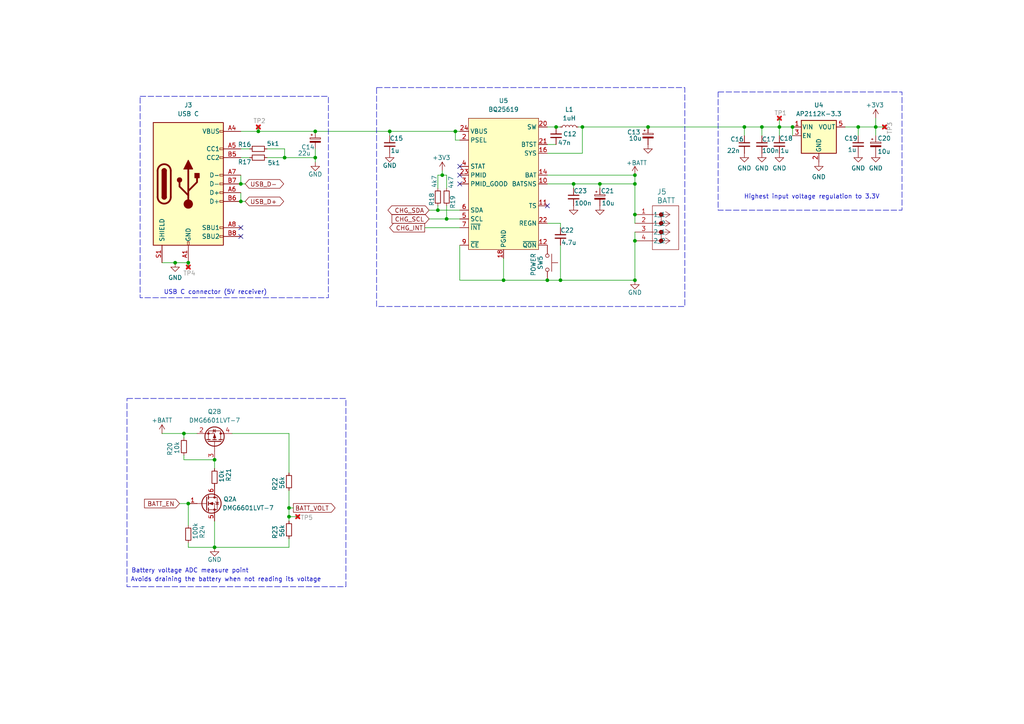
<source format=kicad_sch>
(kicad_sch (version 20231120) (generator "eeschema") (generator_version "8.0")
  (paper "A4")
  (title_block (title "Leany power management") (date "2025-01-24") (comment 1 "MIT License") (comment 2 "Copyright (c) 2023 Gilles Henrard"))
  (lib_symbols
    (symbol "Connector:TestPoint_Small" (pin_numbers hide) (pin_names (offset 0.762) hide)
      (property "Reference" "TP" (at 0 3.81 0))
      (property "Value" "TestPoint_Small" (at 0 2.032 0))
      (symbol "TestPoint_Small_0_1"
        (circle (center 0 0) (radius 0.508))
      )
      (symbol "TestPoint_Small_1_1"
        (pin passive line (at 0 0 90) (length 0) (name "1") (number "1"))
      )
    )
    (symbol "Connector:USB_C_Receptacle_USB2.0_16P" (pin_names (offset 1.016))
      (property "Reference" "J" (at 0 22.225 0))
      (property "Value" "USB_C_Receptacle_USB2.0_16P" (at 0 19.685 0))
      (symbol "USB_C_Receptacle_USB2.0_16P_0_0"
        (rectangle (start -0.254 -17.78) (end 0.254 -16.764))
        (rectangle (start 10.16 -14.986) (end 9.144 -15.494))
        (rectangle (start 10.16 -12.446) (end 9.144 -12.954))
        (rectangle (start 10.16 -4.826) (end 9.144 -5.334))
        (rectangle (start 10.16 -2.286) (end 9.144 -2.794))
        (rectangle (start 10.16 0.254) (end 9.144 -0.254))
        (rectangle (start 10.16 2.794) (end 9.144 2.286))
        (rectangle (start 10.16 7.874) (end 9.144 7.366))
        (rectangle (start 10.16 10.414) (end 9.144 9.906))
        (rectangle (start 10.16 15.494) (end 9.144 14.986))
      )
      (symbol "USB_C_Receptacle_USB2.0_16P_0_1"
        (rectangle (start -10.16 17.78) (end 10.16 -17.78) (stroke (width 0.254)) (fill (type background)))
        (arc (start -8.89 -3.81) (mid -6.985 -5.7067) (end -5.08 -3.81) (stroke (width 0.508)))
        (arc (start -7.62 -3.81) (mid -6.985 -4.4423) (end -6.35 -3.81) (stroke (width 0.254)))
        (arc (start -7.62 -3.81) (mid -6.985 -4.4423) (end -6.35 -3.81) (stroke (width 0.254)) (fill (type outline)))
        (rectangle (start -7.62 -3.81) (end -6.35 3.81) (stroke (width 0.254)) (fill (type outline)))
        (arc (start -6.35 3.81) (mid -6.985 4.4423) (end -7.62 3.81) (stroke (width 0.254)))
        (arc (start -6.35 3.81) (mid -6.985 4.4423) (end -7.62 3.81) (stroke (width 0.254)) (fill (type outline)))
        (arc (start -5.08 3.81) (mid -6.985 5.7067) (end -8.89 3.81) (stroke (width 0.508)))
        (circle (center -2.54 1.143) (radius 0.635) (stroke (width 0.254)) (fill (type outline)))
        (circle (center 0 -5.842) (radius 1.27) (fill (type outline)))
        (polyline (pts (xy -8.89 -3.81) (xy -8.89 3.81)) (stroke (width 0.508)))
        (polyline (pts (xy -5.08 3.81) (xy -5.08 -3.81)) (stroke (width 0.508)))
        (polyline (pts (xy 0 -5.842) (xy 0 4.318)) (stroke (width 0.508)))
        (polyline (pts (xy 0 -3.302) (xy -2.54 -0.762) (xy -2.54 0.508)) (stroke (width 0.508)))
        (polyline (pts (xy 0 -2.032) (xy 2.54 0.508) (xy 2.54 1.778)) (stroke (width 0.508)))
        (polyline (pts (xy -1.27 4.318) (xy 0 6.858) (xy 1.27 4.318) (xy -1.27 4.318)) (stroke (width 0.254)) (fill (type outline)))
        (rectangle (start 1.905 1.778) (end 3.175 3.048) (stroke (width 0.254)) (fill (type outline)))
      )
      (symbol "USB_C_Receptacle_USB2.0_16P_1_1"
        (pin passive line (at 0 -22.86 90) (length 5.08) (name "GND") (number "A1"))
        (pin passive line (at 0 -22.86 90) (length 5.08) hide (name "GND") (number "A12"))
        (pin passive line (at 15.24 15.24 180) (length 5.08) (name "VBUS") (number "A4"))
        (pin bidirectional line (at 15.24 10.16 180) (length 5.08) (name "CC1") (number "A5"))
        (pin bidirectional line (at 15.24 -2.54 180) (length 5.08) (name "D+") (number "A6"))
        (pin bidirectional line (at 15.24 2.54 180) (length 5.08) (name "D-") (number "A7"))
        (pin bidirectional line (at 15.24 -12.7 180) (length 5.08) (name "SBU1") (number "A8"))
        (pin passive line (at 15.24 15.24 180) (length 5.08) hide (name "VBUS") (number "A9"))
        (pin passive line (at 0 -22.86 90) (length 5.08) hide (name "GND") (number "B1"))
        (pin passive line (at 0 -22.86 90) (length 5.08) hide (name "GND") (number "B12"))
        (pin passive line (at 15.24 15.24 180) (length 5.08) hide (name "VBUS") (number "B4"))
        (pin bidirectional line (at 15.24 7.62 180) (length 5.08) (name "CC2") (number "B5"))
        (pin bidirectional line (at 15.24 -5.08 180) (length 5.08) (name "D+") (number "B6"))
        (pin bidirectional line (at 15.24 0 180) (length 5.08) (name "D-") (number "B7"))
        (pin bidirectional line (at 15.24 -15.24 180) (length 5.08) (name "SBU2") (number "B8"))
        (pin passive line (at 15.24 15.24 180) (length 5.08) hide (name "VBUS") (number "B9"))
        (pin passive line (at -7.62 -22.86 90) (length 5.08) (name "SHIELD") (number "S1"))
      )
    )
    (symbol "Device:C_Polarized_Small" (pin_numbers hide) (pin_names (offset 0.254) hide)
      (property "Reference" "C" (at 0.254 1.778 0))
      (property "Value" "C_Polarized_Small" (at 0.254 -2.032 0))
      (symbol "C_Polarized_Small_0_1"
        (rectangle (start -1.524 -0.3048) (end 1.524 -0.6858) (fill (type outline)))
        (rectangle (start -1.524 0.6858) (end 1.524 0.3048))
        (polyline (pts (xy -1.27 1.524) (xy -0.762 1.524)))
        (polyline (pts (xy -1.016 1.27) (xy -1.016 1.778)))
      )
      (symbol "C_Polarized_Small_1_1"
        (pin passive line (at 0 2.54 270) (length 1.8542) (name "~") (number "1"))
        (pin passive line (at 0 -2.54 90) (length 1.8542) (name "~") (number "2"))
      )
    )
    (symbol "Device:C_Small" (pin_numbers hide) (pin_names (offset 0.254) hide)
      (property "Reference" "C" (at 0.254 1.778 0))
      (property "Value" "C_Small" (at 0.254 -2.032 0))
      (symbol "C_Small_0_1"
        (polyline (pts (xy -1.524 -0.508) (xy 1.524 -0.508)) (stroke (width 0.3302)))
        (polyline (pts (xy -1.524 0.508) (xy 1.524 0.508)) (stroke (width 0.3048)))
      )
      (symbol "C_Small_1_1"
        (pin passive line (at 0 2.54 270) (length 2.032) (name "~") (number "1"))
        (pin passive line (at 0 -2.54 90) (length 2.032) (name "~") (number "2"))
      )
    )
    (symbol "Device:L_Small" (pin_numbers hide) (pin_names (offset 0.254) hide)
      (property "Reference" "L" (at 0.762 1.016 0))
      (property "Value" "L_Small" (at 0.762 -1.016 0))
      (symbol "L_Small_0_1"
        (arc (start 0 -2.032) (mid 0.5058 -1.524) (end 0 -1.016))
        (arc (start 0 -1.016) (mid 0.5058 -0.508) (end 0 0))
        (arc (start 0 0) (mid 0.5058 0.508) (end 0 1.016))
        (arc (start 0 1.016) (mid 0.5058 1.524) (end 0 2.032))
      )
      (symbol "L_Small_1_1"
        (pin passive line (at 0 2.54 270) (length 0.508) (name "~") (number "1"))
        (pin passive line (at 0 -2.54 90) (length 0.508) (name "~") (number "2"))
      )
    )
    (symbol "Device:R_Small" (pin_numbers hide) (pin_names (offset 0.254) hide)
      (property "Reference" "R" (at 0.762 0.508 0))
      (property "Value" "R_Small" (at 0.762 -1.016 0))
      (symbol "R_Small_0_1"
        (rectangle (start -0.762 1.778) (end 0.762 -1.778) (stroke (width 0.2032)))
      )
      (symbol "R_Small_1_1"
        (pin passive line (at 0 2.54 270) (length 0.762) (name "~") (number "1"))
        (pin passive line (at 0 -2.54 90) (length 0.762) (name "~") (number "2"))
      )
    )
    (symbol "Regulator_Linear:AP2112K-3.3" (pin_names (offset 0.254))
      (property "Reference" "U" (at -5.08 5.715 0))
      (property "Value" "AP2112K-3.3" (at 0 5.715 0))
      (symbol "AP2112K-3.3_0_1"
        (rectangle (start -5.08 4.445) (end 5.08 -5.08) (stroke (width 0.254)) (fill (type background)))
      )
      (symbol "AP2112K-3.3_1_1"
        (pin power_in line (at -7.62 2.54 0) (length 2.54) (name "VIN") (number "1"))
        (pin power_in line (at 0 -7.62 90) (length 2.54) (name "GND") (number "2"))
        (pin input line (at -7.62 0 0) (length 2.54) (name "EN") (number "3"))
        (pin no_connect line (at 5.08 0 180) (length 2.54) hide (name "NC") (number "4"))
        (pin power_out line (at 7.62 2.54 180) (length 2.54) (name "VOUT") (number "5"))
      )
    )
    (symbol "Switch:SW_Push" (pin_numbers hide) (pin_names (offset 1.016) hide)
      (property "Reference" "SW" (at 1.27 2.54 0))
      (property "Value" "SW_Push" (at 0 -1.524 0))
      (symbol "SW_Push_0_1"
        (circle (center -2.032 0) (radius 0.508))
        (polyline (pts (xy 0 1.27) (xy 0 3.048)))
        (polyline (pts (xy 2.54 1.27) (xy -2.54 1.27)))
        (circle (center 2.032 0) (radius 0.508))
        (pin passive line (at -5.08 0 0) (length 2.54) (name "1") (number "1"))
        (pin passive line (at 5.08 0 180) (length 2.54) (name "2") (number "2"))
      )
    )
    (symbol "leany-symbols:BQ25619"
      (property "Reference" "U" (at 0 23.622 0))
      (property "Value" "BQ25619" (at 0 21.082 0))
      (symbol "BQ25619_1_1"
        (rectangle (start -10.16 19.05) (end 10.16 -19.05) (fill (type background)))
        (pin input line (at -12.7 15.24 0) (length 2.54) hide (name "VAC") (number "1"))
        (pin power_in line (at 12.7 0 180) (length 2.54) (name "BATSNS") (number "10"))
        (pin input line (at 12.7 -6.35 180) (length 2.54) (name "TS") (number "11"))
        (pin input line (at 12.7 -17.78 180) (length 2.54) (name "~{QON}") (number "12"))
        (pin power_out line (at 12.7 2.54 180) (length 2.54) hide (name "BAT") (number "13"))
        (pin power_out line (at 12.7 2.54 180) (length 2.54) (name "BAT") (number "14"))
        (pin power_in line (at 12.7 8.89 180) (length 2.54) hide (name "SYS") (number "15"))
        (pin power_in line (at 12.7 8.89 180) (length 2.54) (name "SYS") (number "16"))
        (pin power_in line (at 0 -21.59 90) (length 2.54) hide (name "PGND") (number "17"))
        (pin power_in line (at 0 -21.59 90) (length 2.54) (name "PGND") (number "18"))
        (pin power_out line (at 12.7 16.51 180) (length 2.54) hide (name "SW") (number "19"))
        (pin input line (at -12.7 12.7 0) (length 2.54) (name "PSEL") (number "2"))
        (pin power_out line (at 12.7 16.51 180) (length 2.54) (name "SW") (number "20"))
        (pin power_out line (at 12.7 11.43 180) (length 2.54) (name "BTST") (number "21"))
        (pin power_out line (at 12.7 -11.43 180) (length 2.54) (name "REGN") (number "22"))
        (pin output line (at -12.7 2.54 0) (length 2.54) (name "PMID") (number "23"))
        (pin power_in line (at -12.7 15.24 0) (length 2.54) (name "VBUS") (number "24"))
        (pin power_in line (at 0 -21.59 90) (length 2.54) hide (name "PAD") (number "25"))
        (pin open_collector line (at -12.7 0 0) (length 2.54) (name "PMID_GOOD") (number "3"))
        (pin open_collector line (at -12.7 5.08 0) (length 2.54) (name "STAT") (number "4"))
        (pin input line (at -12.7 -10.16 0) (length 2.54) (name "SCL") (number "5"))
        (pin bidirectional line (at -12.7 -7.62 0) (length 2.54) (name "SDA") (number "6"))
        (pin open_collector line (at -12.7 -12.7 0) (length 2.54) (name "~{INT}") (number "7"))
        (pin no_connect line (at 2.54 -21.59 90) (length 2.54) hide (name "NC") (number "8"))
        (pin input line (at -12.7 -17.78 0) (length 2.54) (name "~{CE}") (number "9"))
      )
    )
    (symbol "leany-symbols:DMG6601LVT-7" (pin_names hide)
      (property "Reference" "Q" (at 2.54 1.905 0))
      (property "Value" "DMG6601LVT-7" (at 2.54 0 0))
      (symbol "DMG6601LVT-7_0_1"
        (circle (center -0.889 0) (radius 2.794) (stroke (width 0.254)))
        (circle (center 0 -1.778) (radius 0.254) (fill (type outline)))
        (polyline (pts (xy -2.286 0) (xy -5.08 0)))
        (polyline (pts (xy -2.286 1.905) (xy -2.286 -1.905)) (stroke (width 0.254)))
        (polyline (pts (xy -1.778 -1.27) (xy -1.778 -2.286)) (stroke (width 0.254)))
        (polyline (pts (xy -1.778 0.508) (xy -1.778 -0.508)) (stroke (width 0.254)))
        (polyline (pts (xy -1.778 2.286) (xy -1.778 1.27)) (stroke (width 0.254)))
        (polyline (pts (xy 0 2.54) (xy 0 1.778)))
        (polyline (pts (xy 0 -2.54) (xy 0 0) (xy -1.778 0)))
        (polyline (pts (xy -1.778 -1.778) (xy 0.762 -1.778) (xy 0.762 1.778) (xy -1.778 1.778)))
        (circle (center 0 1.778) (radius 0.254) (fill (type outline)))
      )
      (symbol "DMG6601LVT-7_1_1"
        (polyline (pts (xy -1.524 0) (xy -0.508 0.381) (xy -0.508 -0.381) (xy -1.524 0)) (fill (type outline)))
        (polyline (pts (xy 0.254 0.508) (xy 0.381 0.381) (xy 1.143 0.381) (xy 1.27 0.254)))
        (polyline (pts (xy 0.762 0.381) (xy 0.381 -0.254) (xy 1.143 -0.254) (xy 0.762 0.381)))
        (pin passive line (at -7.62 0 0) (length 2.54) (name "G") (number "1"))
        (pin passive line (at 0 -5.08 90) (length 2.54) (name "S") (number "5"))
        (pin passive line (at 0 5.08 270) (length 2.54) (name "D") (number "6"))
      )
      (symbol "DMG6601LVT-7_2_1"
        (polyline (pts (xy -0.254 0) (xy -1.27 0.381) (xy -1.27 -0.381) (xy -0.254 0)) (fill (type outline)))
        (polyline (pts (xy 0.254 -0.508) (xy 0.381 -0.381) (xy 1.143 -0.381) (xy 1.27 -0.254)))
        (polyline (pts (xy 0.762 -0.381) (xy 0.381 0.254) (xy 1.143 0.254) (xy 0.762 -0.381)))
        (pin passive line (at 0 -5.08 90) (length 2.54) (name "S") (number "2"))
        (pin passive line (at -7.62 0 0) (length 2.54) (name "G") (number "3"))
        (pin passive line (at 0 5.08 270) (length 2.54) (name "D") (number "4"))
      )
    )
    (symbol "leany-symbols:Wago_2059-302_998-403" (pin_names (offset 0.254))
      (property "Reference" "J" (at 8.89 6.35 0))
      (property "Value" "2059-302/998-403" (at 0 0 0))
      (symbol "Wago_2059-302_998-403_1_1"
        (polyline (pts (xy 5.08 -10.16) (xy 12.7 -10.16)) (stroke (width 0.127)))
        (polyline (pts (xy 5.08 2.54) (xy 5.08 -10.16)) (stroke (width 0.127)))
        (polyline (pts (xy 7.62 -5.08) (xy 7.62 -7.62)) (stroke (width 0.127)))
        (polyline (pts (xy 7.62 0) (xy 7.62 -2.54)) (stroke (width 0.127)))
        (polyline (pts (xy 10.16 -7.62) (xy 5.08 -7.62)) (stroke (width 0.127)))
        (polyline (pts (xy 10.16 -7.62) (xy 8.89 -8.4667)) (stroke (width 0.127)))
        (polyline (pts (xy 10.16 -7.62) (xy 8.89 -6.7733)) (stroke (width 0.127)))
        (polyline (pts (xy 10.16 -5.08) (xy 5.08 -5.08)) (stroke (width 0.127)))
        (polyline (pts (xy 10.16 -5.08) (xy 8.89 -5.9267)) (stroke (width 0.127)))
        (polyline (pts (xy 10.16 -5.08) (xy 8.89 -4.2333)) (stroke (width 0.127)))
        (polyline (pts (xy 10.16 -2.54) (xy 5.08 -2.54)) (stroke (width 0.127)))
        (polyline (pts (xy 10.16 -2.54) (xy 8.89 -3.3867)) (stroke (width 0.127)))
        (polyline (pts (xy 10.16 -2.54) (xy 8.89 -1.6933)) (stroke (width 0.127)))
        (polyline (pts (xy 10.16 0) (xy 5.08 0)) (stroke (width 0.127)))
        (polyline (pts (xy 10.16 0) (xy 8.89 -0.8467)) (stroke (width 0.127)))
        (polyline (pts (xy 10.16 0) (xy 8.89 0.8467)) (stroke (width 0.127)))
        (polyline (pts (xy 12.7 -10.16) (xy 12.7 2.54)) (stroke (width 0.127)))
        (polyline (pts (xy 12.7 2.54) (xy 5.08 2.54)) (stroke (width 0.127)))
        (circle (center 7.62 -7.62) (radius 0.127) (stroke (width 0.508)))
        (circle (center 7.62 -5.08) (radius 0.127) (stroke (width 0.508)))
        (circle (center 7.62 -2.54) (radius 0.127) (stroke (width 0.508)))
        (circle (center 7.62 0) (radius 0.127) (stroke (width 0.508)))
        (pin power_in line (at 0 0 0) (length 5.08) (name "1_1") (number "1"))
        (pin power_in line (at 0 -2.54 0) (length 5.08) (name "1_2") (number "2"))
        (pin power_in line (at 0 -5.08 0) (length 5.08) (name "2_1") (number "3"))
        (pin power_in line (at 0 -7.62 0) (length 5.08) (name "2_2") (number "4"))
      )
      (symbol "Wago_2059-302_998-403_1_2"
        (polyline (pts (xy 5.08 -10.16) (xy 12.7 -10.16)) (stroke (width 0.127)))
        (polyline (pts (xy 5.08 2.54) (xy 5.08 -10.16)) (stroke (width 0.127)))
        (polyline (pts (xy 7.62 -5.08) (xy 7.62 -7.62)) (stroke (width 0.127)))
        (polyline (pts (xy 7.62 0) (xy 7.62 -2.54)) (stroke (width 0.127)))
        (polyline (pts (xy 10.16 -7.62) (xy 5.08 -7.62)) (stroke (width 0.127)))
        (polyline (pts (xy 10.16 -7.62) (xy 8.89 -8.4667)) (stroke (width 0.127)))
        (polyline (pts (xy 10.16 -7.62) (xy 8.89 -6.7733)) (stroke (width 0.127)))
        (polyline (pts (xy 10.16 -5.08) (xy 5.08 -5.08)) (stroke (width 0.127)))
        (polyline (pts (xy 10.16 -5.08) (xy 8.89 -5.9267)) (stroke (width 0.127)))
        (polyline (pts (xy 10.16 -5.08) (xy 8.89 -4.2333)) (stroke (width 0.127)))
        (polyline (pts (xy 10.16 -2.54) (xy 5.08 -2.54)) (stroke (width 0.127)))
        (polyline (pts (xy 10.16 -2.54) (xy 8.89 -3.3867)) (stroke (width 0.127)))
        (polyline (pts (xy 10.16 -2.54) (xy 8.89 -1.6933)) (stroke (width 0.127)))
        (polyline (pts (xy 10.16 0) (xy 5.08 0)) (stroke (width 0.127)))
        (polyline (pts (xy 10.16 0) (xy 8.89 -0.8467)) (stroke (width 0.127)))
        (polyline (pts (xy 10.16 0) (xy 8.89 0.8467)) (stroke (width 0.127)))
        (polyline (pts (xy 12.7 -10.16) (xy 12.7 2.54)) (stroke (width 0.127)))
        (polyline (pts (xy 12.7 2.54) (xy 5.08 2.54)) (stroke (width 0.127)))
        (circle (center 7.62 -7.62) (radius 0.127) (stroke (width 0.508)))
        (circle (center 7.62 -5.08) (radius 0.127) (stroke (width 0.508)))
        (circle (center 7.62 -2.54) (radius 0.127) (stroke (width 0.508)))
        (circle (center 7.62 0) (radius 0.127) (stroke (width 0.508)))
        (pin power_in line (at 0 0 0) (length 5.08) (name "1_1") (number "1"))
        (pin power_in line (at 0 -2.54 0) (length 5.08) (name "1_2") (number "2"))
        (pin power_in line (at 0 -5.08 0) (length 5.08) (name "2_1") (number "3"))
        (pin power_in line (at 0 -7.62 0) (length 5.08) (name "2_2") (number "4"))
      )
    )
    (symbol "power:+3V3" (power) (pin_numbers hide) (pin_names (offset 0) hide)
      (property "Value" "+3V3" (at 0 3.556 0))
      (symbol "+3V3_0_1"
        (polyline (pts (xy -0.762 1.27) (xy 0 2.54)))
        (polyline (pts (xy 0 0) (xy 0 2.54)))
        (polyline (pts (xy 0 2.54) (xy 0.762 1.27)))
      )
      (symbol "+3V3_1_1"
        (pin power_in line (at 0 0 90) (length 0) (name "~") (number "1"))
      )
    )
    (symbol "power:+BATT" (power) (pin_numbers hide) (pin_names (offset 0) hide)
      (property "Value" "+BATT" (at 0 3.556 0))
      (symbol "+BATT_0_1"
        (polyline (pts (xy -0.762 1.27) (xy 0 2.54)))
        (polyline (pts (xy 0 0) (xy 0 2.54)))
        (polyline (pts (xy 0 2.54) (xy 0.762 1.27)))
      )
      (symbol "+BATT_1_1"
        (pin power_in line (at 0 0 90) (length 0) (name "~") (number "1"))
      )
    )
    (symbol "power:GND" (power) (pin_numbers hide) (pin_names (offset 0) hide)
      (property "Value" "GND" (at 0 -3.81 0))
      (symbol "GND_0_1"
        (polyline (pts (xy 0 0) (xy 0 -1.27) (xy 1.27 -1.27) (xy 0 -2.54) (xy -1.27 -1.27) (xy 0 -1.27)))
      )
      (symbol "GND_1_1"
        (pin power_in line (at 0 0 270) (length 0) (name "~") (number "1"))
      )
    )
  )
  (junction (at 166.37 53.34))
  (junction (at 74.93 38.1))
  (junction (at 83.82 149.86))
  (junction (at 184.15 50.8))
  (junction (at 184.15 62.23))
  (junction (at 226.06 36.83))
  (junction (at 184.15 69.85))
  (junction (at 113.03 38.1))
  (junction (at 53.34 125.73))
  (junction (at 50.8 76.2))
  (junction (at 128.27 50.8))
  (junction (at 54.61 146.05))
  (junction (at 132.08 38.1))
  (junction (at 62.23 158.75))
  (junction (at 220.98 36.83))
  (junction (at 161.29 36.83))
  (junction (at 254 36.83))
  (junction (at 127 60.96))
  (junction (at 187.96 36.83))
  (junction (at 184.15 53.34))
  (junction (at 158.75 81.28))
  (junction (at 146.05 81.28))
  (junction (at 69.85 53.34))
  (junction (at 62.23 133.35))
  (junction (at 173.99 53.34))
  (junction (at 91.44 45.72))
  (junction (at 229.87 36.83))
  (junction (at 69.85 58.42))
  (junction (at 83.82 147.32))
  (junction (at 168.91 36.83))
  (junction (at 82.55 45.72))
  (junction (at 162.56 81.28))
  (junction (at 215.9 36.83))
  (junction (at 91.44 38.1))
  (junction (at 184.15 81.28))
  (junction (at 54.61 76.2))
  (junction (at 248.92 36.83))
  (junction (at 129.54 63.5))
  (no_connect (at 133.35 53.34))
  (no_connect (at 133.35 50.8))
  (no_connect (at 69.85 68.58))
  (no_connect (at 133.35 48.26))
  (no_connect (at 69.85 66.04))
  (no_connect (at 158.75 59.69))
  (wire (pts (xy 53.34 133.35) (xy 62.23 133.35)))
  (wire (pts (xy 162.56 81.28) (xy 184.15 81.28)))
  (wire (pts (xy 129.54 59.69) (xy 129.54 63.5)))
  (wire (pts (xy 162.56 71.12) (xy 162.56 81.28)))
  (wire (pts (xy 215.9 36.83) (xy 215.9 39.37)))
  (wire (pts (xy 220.98 36.83) (xy 220.98 39.37)))
  (wire (pts (xy 54.61 76.2) (xy 50.8 76.2)))
  (wire (pts (xy 124.46 63.5) (xy 129.54 63.5)))
  (wire (pts (xy 127 54.61) (xy 127 50.8)))
  (wire (pts (xy 53.34 125.73) (xy 53.34 127)))
  (wire (pts (xy 74.93 36.83) (xy 74.93 38.1)))
  (wire (pts (xy 127 60.96) (xy 133.35 60.96)))
  (wire (pts (xy 69.85 58.42) (xy 71.12 58.42)))
  (wire (pts (xy 129.54 63.5) (xy 133.35 63.5)))
  (wire (pts (xy 158.75 81.28) (xy 162.56 81.28)))
  (wire (pts (xy 128.27 49.53) (xy 128.27 50.8)))
  (wire (pts (xy 124.46 60.96) (xy 127 60.96)))
  (wire (pts (xy 254 36.83) (xy 254 34.29)))
  (wire (pts (xy 166.37 53.34) (xy 166.37 54.61)))
  (wire (pts (xy 83.82 156.21) (xy 83.82 158.75)))
  (wire (pts (xy 215.9 36.83) (xy 220.98 36.83)))
  (wire (pts (xy 62.23 158.75) (xy 83.82 158.75)))
  (wire (pts (xy 229.87 36.83) (xy 229.87 39.37)))
  (wire (pts (xy 69.85 45.72) (xy 72.39 45.72)))
  (wire (pts (xy 226.06 36.83) (xy 226.06 39.37)))
  (wire (pts (xy 184.15 53.34) (xy 184.15 50.8)))
  (wire (pts (xy 167.64 36.83) (xy 168.91 36.83)))
  (wire (pts (xy 158.75 44.45) (xy 168.91 44.45)))
  (wire (pts (xy 158.75 53.34) (xy 166.37 53.34)))
  (wire (pts (xy 77.47 45.72) (xy 82.55 45.72)))
  (wire (pts (xy 158.75 36.83) (xy 161.29 36.83)))
  (wire (pts (xy 132.08 38.1) (xy 133.35 38.1)))
  (wire (pts (xy 132.08 40.64) (xy 132.08 38.1)))
  (wire (pts (xy 254 36.83) (xy 256.54 36.83)))
  (wire (pts (xy 226.06 34.29) (xy 226.06 36.83)))
  (wire (pts (xy 162.56 66.04) (xy 162.56 64.77)))
  (wire (pts (xy 69.85 55.88) (xy 69.85 58.42)))
  (wire (pts (xy 187.96 36.83) (xy 215.9 36.83)))
  (wire (pts (xy 158.75 64.77) (xy 162.56 64.77)))
  (wire (pts (xy 82.55 45.72) (xy 91.44 45.72)))
  (wire (pts (xy 62.23 151.13) (xy 62.23 158.75)))
  (wire (pts (xy 146.05 74.93) (xy 146.05 81.28)))
  (wire (pts (xy 127 50.8) (xy 128.27 50.8)))
  (wire (pts (xy 83.82 147.32) (xy 85.09 147.32)))
  (wire (pts (xy 184.15 69.85) (xy 184.15 81.28)))
  (wire (pts (xy 54.61 157.48) (xy 54.61 158.75)))
  (wire (pts (xy 254 36.83) (xy 254 39.37)))
  (wire (pts (xy 173.99 53.34) (xy 184.15 53.34)))
  (wire (pts (xy 146.05 81.28) (xy 158.75 81.28)))
  (wire (pts (xy 53.34 125.73) (xy 57.15 125.73)))
  (wire (pts (xy 91.44 46.99) (xy 91.44 45.72)))
  (wire (pts (xy 248.92 36.83) (xy 248.92 39.37)))
  (wire (pts (xy 83.82 142.24) (xy 83.82 147.32)))
  (wire (pts (xy 133.35 40.64) (xy 132.08 40.64)))
  (wire (pts (xy 129.54 50.8) (xy 129.54 54.61)))
  (wire (pts (xy 54.61 76.2) (xy 54.61 77.47)))
  (wire (pts (xy 77.47 43.18) (xy 82.55 43.18)))
  (wire (pts (xy 133.35 81.28) (xy 146.05 81.28)))
  (wire (pts (xy 83.82 149.86) (xy 86.36 149.86)))
  (wire (pts (xy 123.19 66.04) (xy 133.35 66.04)))
  (wire (pts (xy 69.85 53.34) (xy 71.12 53.34)))
  (wire (pts (xy 74.93 38.1) (xy 91.44 38.1)))
  (wire (pts (xy 168.91 44.45) (xy 168.91 36.83)))
  (wire (pts (xy 53.34 132.08) (xy 53.34 133.35)))
  (wire (pts (xy 62.23 133.35) (xy 62.23 135.89)))
  (wire (pts (xy 127 59.69) (xy 127 60.96)))
  (wire (pts (xy 173.99 53.34) (xy 173.99 54.61)))
  (wire (pts (xy 184.15 62.23) (xy 184.15 64.77)))
  (wire (pts (xy 82.55 45.72) (xy 82.55 43.18)))
  (wire (pts (xy 69.85 43.18) (xy 72.39 43.18)))
  (wire (pts (xy 220.98 36.83) (xy 226.06 36.83)))
  (wire (pts (xy 91.44 45.72) (xy 91.44 43.18)))
  (wire (pts (xy 128.27 50.8) (xy 129.54 50.8)))
  (wire (pts (xy 133.35 71.12) (xy 133.35 81.28)))
  (wire (pts (xy 52.07 146.05) (xy 54.61 146.05)))
  (wire (pts (xy 168.91 36.83) (xy 187.96 36.83)))
  (wire (pts (xy 91.44 38.1) (xy 113.03 38.1)))
  (wire (pts (xy 113.03 39.37) (xy 113.03 38.1)))
  (wire (pts (xy 184.15 67.31) (xy 184.15 69.85)))
  (wire (pts (xy 54.61 146.05) (xy 54.61 152.4)))
  (wire (pts (xy 166.37 53.34) (xy 173.99 53.34)))
  (wire (pts (xy 69.85 38.1) (xy 74.93 38.1)))
  (wire (pts (xy 226.06 36.83) (xy 229.87 36.83)))
  (wire (pts (xy 83.82 147.32) (xy 83.82 149.86)))
  (wire (pts (xy 158.75 41.91) (xy 161.29 41.91)))
  (wire (pts (xy 245.11 36.83) (xy 248.92 36.83)))
  (wire (pts (xy 161.29 36.83) (xy 162.56 36.83)))
  (wire (pts (xy 54.61 158.75) (xy 62.23 158.75)))
  (wire (pts (xy 46.99 76.2) (xy 50.8 76.2)))
  (wire (pts (xy 46.99 125.73) (xy 53.34 125.73)))
  (wire (pts (xy 184.15 53.34) (xy 184.15 62.23)))
  (wire (pts (xy 113.03 38.1) (xy 132.08 38.1)))
  (wire (pts (xy 67.31 125.73) (xy 83.82 125.73)))
  (wire (pts (xy 83.82 149.86) (xy 83.82 151.13)))
  (wire (pts (xy 69.85 53.34) (xy 69.85 50.8)))
  (wire (pts (xy 158.75 50.8) (xy 184.15 50.8)))
  (wire (pts (xy 248.92 36.83) (xy 254 36.83)))
  (wire (pts (xy 83.82 125.73) (xy 83.82 137.16)))
  (rectangle (start 208.28 26.67) (end 261.62 60.96) (stroke (width 0) (type dash)))
  (rectangle (start 109.22 25.4) (end 198.628 88.9) (stroke (width 0) (type dash)))
  (rectangle (start 36.83 115.57) (end 100.33 170.18) (stroke (width 0) (type dash)))
  (rectangle (start 40.64 27.94) (end 95.25 86.36) (stroke (width 0) (type dash)))
  (text "USB C connector (5V receiver)" (at 62.484 84.836 0) (effects (font (size 1.27 1.27))))
  (text "Battery voltage ADC measure point" (at 55.118 165.608 0) (effects (font (size 1.27 1.27))))
  (text "Highest input voltage regulation to 3.3V" (at 235.458 57.15 0) (effects (font (size 1.27 1.27))))
  (text "Avoids draining the battery when not reading its voltage" (at 65.532 168.148 0) (effects (font (size 1.27 1.27))))
  (global_label "BATT_VOLT" (shape output) (at 85.09 147.32 0) (property "Intersheetrefs" "${INTERSHEET_REFS}" (effects (hide yes))))
  (global_label "CHG_SDA" (shape bidirectional) (at 124.46 60.96 180) (property "Intersheetrefs" "${INTERSHEET_REFS}" (effects (hide yes))))
  (global_label "CHG_INT" (shape output) (at 123.19 66.04 180) (property "Intersheetrefs" "${INTERSHEET_REFS}" (effects (hide yes))))
  (global_label "USB_D-" (shape bidirectional) (at 71.12 53.34 0) (property "Intersheetrefs" "${INTERSHEET_REFS}" (effects (hide yes))))
  (global_label "USB_D+" (shape bidirectional) (at 71.12 58.42 0) (property "Intersheetrefs" "${INTERSHEET_REFS}" (effects (hide yes))))
  (global_label "CHG_SCL" (shape input) (at 124.46 63.5 180) (property "Intersheetrefs" "${INTERSHEET_REFS}" (effects (hide yes))))
  (global_label "BATT_EN" (shape input) (at 52.07 146.05 180) (property "Intersheetrefs" "${INTERSHEET_REFS}" (effects (hide yes))))
  (symbol (lib_id "power:GND") (at 91.44 46.99 0) (unit 1)
    (property "Reference" "#PWR036" (effects (hide yes)))
    (property "Value" "GND" (at 91.44 50.546 0))
    (property "Description" "Power symbol creates a global label with name \"GND\" , ground" (effects (hide yes)))
  )
  (symbol (lib_id "power:GND") (at 237.49 46.99 0) (unit 1)
    (property "Reference" "#PWR037" (effects (hide yes)))
    (property "Value" "GND" (at 237.49 51.308 0))
    (property "Description" "Power symbol creates a global label with name \"GND\" , ground" (effects (hide yes)))
  )
  (symbol (lib_id "power:GND") (at 215.9 44.45 0) (unit 1)
    (property "Reference" "#PWR031" (effects (hide yes)))
    (property "Value" "GND" (at 215.9 48.768 0))
    (property "Description" "Power symbol creates a global label with name \"GND\" , ground" (effects (hide yes)))
  )
  (symbol (lib_id "Device:L_Small") (at 165.1 36.83 90) (unit 1)
    (property "Reference" "L1" (at 165.1 31.75 90))
    (property "Value" "1uH" (at 165.1 34.29 90))
    (property "Footprint" "Inductor_SMD:L_1008_2520Metric" (effects (hide yes)))
    (property "Description" "Inductor, small symbol" (effects (hide yes)))
  )
  (symbol (lib_id "power:+3V3") (at 254 34.29 0) (unit 1)
    (property "Reference" "#PWR028" (effects (hide yes)))
    (property "Value" "+3V3" (at 253.746 30.48 0))
    (property "Description" "Power symbol creates a global label with name \"+3V3\"" (effects (hide yes)))
  )
  (symbol (lib_id "Device:R_Small") (at 74.93 43.18 90) (unit 1)
    (property "Reference" "R16" (at 72.898 41.91 90) (effects (justify left)))
    (property "Value" "5k1" (at 81.026 41.656 90) (effects (justify left)))
    (property "Footprint" "Resistor_SMD:R_0603_1608Metric" (effects (hide yes)))
    (property "Description" "Resistor, small symbol" (effects (hide yes)))
  )
  (symbol (lib_id "Device:C_Small") (at 220.98 41.91 0) (unit 1)
    (property "Reference" "C17" (at 220.98 40.386 0) (effects (justify left)))
    (property "Value" "100n" (at 220.98 43.688 0) (effects (justify left)))
    (property "Footprint" "Capacitor_SMD:C_0603_1608Metric" (effects (hide yes)))
    (property "Description" "Unpolarized capacitor, small symbol" (effects (hide yes)))
  )
  (symbol (lib_id "Device:R_Small") (at 83.82 153.67 180) (unit 1)
    (property "Reference" "R23" (at 79.756 152.4 90) (effects (justify left)))
    (property "Value" "56k" (at 81.788 152.146 90) (effects (justify left)))
    (property "Footprint" "Resistor_SMD:R_0603_1608Metric" (effects (hide yes)))
    (property "Description" "Resistor, small symbol" (effects (hide yes)))
  )
  (symbol (lib_id "power:GND") (at 166.37 59.69 0) (unit 1)
    (property "Reference" "#PWR045" (effects (hide yes)))
    (property "Value" "GND" (effects (hide yes)))
    (property "Description" "Power symbol creates a global label with name \"GND\" , ground" (effects (hide yes)))
  )
  (symbol (lib_id "leany-symbols:Wago_2059-302_998-403") (at 184.15 62.23 0) (unit 1)
    (property "Reference" "J5" (at 190.5 55.626 0) (effects (font (size 1.524 1.524)) (justify left)))
    (property "Value" "BATT" (at 190.5 58.166 0) (effects (font (size 1.524 1.524)) (justify left)))
    (property "Footprint" "leany_footprints:Wago_2059-302_998-403" (effects (hide yes)))
    (property "Datasheet" "https://www.wago.com/us/pcb-interconnect/smd-pcb-terminal-block-in-tape-and-reel-packaging/p/2059-302_998-403" (effects (hide yes)))
    (property "Description" "SMD PCB terminal block; 0.5 mm²; Pin spacing 3 mm; 2-pole; PUSH WIRE®; in tape-and-reel packaging; 0,50 mm²; white" (effects (hide yes)))
  )
  (symbol (lib_id "power:+BATT") (at 46.99 125.73 0) (unit 1)
    (property "Reference" "#PWR043" (effects (hide yes)))
    (property "Value" "+BATT" (at 46.99 121.92 0))
    (property "Description" "Power symbol creates a global label with name \"+BATT\"" (effects (hide yes)))
  )
  (symbol (lib_id "Device:R_Small") (at 54.61 154.94 0) (unit 1)
    (property "Reference" "R24" (at 58.674 156.21 90) (effects (justify left)))
    (property "Value" "100k" (at 56.642 156.464 90) (effects (justify left)))
    (property "Footprint" "Resistor_SMD:R_0603_1608Metric" (effects (hide yes)))
    (property "Description" "Resistor, small symbol" (effects (hide yes)))
  )
  (symbol (lib_id "power:GND") (at 184.15 81.28 0) (unit 1)
    (property "Reference" "#PWR042" (effects (hide yes)))
    (property "Value" "GND" (at 184.15 84.836 0))
    (property "Description" "Power symbol creates a global label with name \"GND\" , ground" (effects (hide yes)))
  )
  (symbol (lib_id "power:+3V3") (at 128.27 49.53 0) (unit 1)
    (property "Reference" "#PWR038" (effects (hide yes)))
    (property "Value" "+3V3" (at 128.016 45.72 0))
    (property "Description" "Power symbol creates a global label with name \"+3V3\"" (effects (hide yes)))
  )
  (symbol (lib_id "Device:C_Polarized_Small") (at 254 41.91 0) (unit 1)
    (property "Reference" "C20" (at 254.508 40.132 0) (effects (justify left)))
    (property "Value" "10u" (at 254.508 43.942 0) (effects (justify left)))
    (property "Footprint" "Capacitor_SMD:C_0805_2012Metric" (effects (hide yes)))
    (property "Description" "Polarized capacitor, small symbol" (effects (hide yes)))
  )
  (symbol (lib_id "Device:C_Polarized_Small") (at 91.44 40.64 0) (unit 1)
    (property "Reference" "C14" (at 87.376 42.672 0) (effects (justify left)))
    (property "Value" "22u" (at 86.36 44.45 0) (effects (justify left)))
    (property "Footprint" "Capacitor_SMD:C_0805_2012Metric" (effects (hide yes)))
    (property "Description" "Polarized capacitor, small symbol" (effects (hide yes)))
  )
  (symbol (lib_id "leany-symbols:BQ25619") (at 146.05 53.34 0) (unit 1)
    (property "Reference" "U5" (at 146.05 29.21 0))
    (property "Value" "BQ25619" (at 146.05 31.75 0))
    (property "Footprint" "Package_DFN_QFN:Texas_RGE0024H_VQFN-24-1EP_4x4mm_P0.5mm_EP2.7x2.7mm_ThermalVias" (effects (hide yes)))
    (property "Datasheet" "https://www.ti.com/lit/ds/symlink/bq25618.pdf?ts=1729197098952&ref_url=https%253A%252F%252Fwww.ti.com%252Fsitesearch%252Fen-us%252Fdocs%252Funiversalsearch.tsp%253FlangPref%253Den-US%2526nr%253D186%2526searchTerm%253Dbq25618" (effects (hide yes)))
    (property "Description" "I2C Controlled 1-Cell 1.5A Battery Charger with 20mA Termination and 1A Boost Operation" (effects (hide yes)))
  )
  (symbol (lib_id "Device:C_Polarized_Small") (at 187.96 39.37 0) (unit 1)
    (property "Reference" "C13" (at 181.864 38.354 0) (effects (justify left)))
    (property "Value" "10u" (at 182.372 40.132 0) (effects (justify left)))
    (property "Footprint" "Capacitor_SMD:C_0805_2012Metric" (effects (hide yes)))
    (property "Description" "Polarized capacitor, small symbol" (effects (hide yes)))
  )
  (symbol (lib_id "Connector:TestPoint_Small") (at 74.93 36.83 270) (mirror x) (unit 1) (dnp yes)
    (property "Reference" "TP2" (at 73.406 35.052 90) (effects (justify left)))
    (property "Value" "VBUS" (effects (hide yes)))
    (property "Footprint" "leany_footprints:TestPoint_Pad_1.0x1.0mm" (effects (hide yes)))
    (property "Description" "test point" (effects (hide yes)))
  )
  (symbol (lib_id "power:GND") (at 187.96 41.91 0) (unit 1)
    (property "Reference" "#PWR029" (effects (hide yes)))
    (property "Value" "GND" (effects (hide yes)))
    (property "Description" "Power symbol creates a global label with name \"GND\" , ground" (effects (hide yes)))
  )
  (symbol (lib_id "Device:R_Small") (at 62.23 138.43 0) (unit 1)
    (property "Reference" "R21" (at 66.294 139.7 90) (effects (justify left)))
    (property "Value" "10k" (at 64.262 139.954 90) (effects (justify left)))
    (property "Footprint" "Resistor_SMD:R_0603_1608Metric" (effects (hide yes)))
    (property "Description" "Resistor, small symbol" (effects (hide yes)))
  )
  (symbol (lib_id "Connector:USB_C_Receptacle_USB2.0_16P") (at 54.61 53.34 0) (unit 1)
    (property "Reference" "J3" (at 54.61 30.48 0))
    (property "Value" "USB C" (at 54.61 33.02 0))
    (property "Footprint" "Connector_USB:USB_C_Receptacle_HRO_TYPE-C-31-M-12" (effects (hide yes)))
    (property "Datasheet" "https://www.usb.org/sites/default/files/documents/usb_type-c.zip" (effects (hide yes)))
    (property "Description" "USB 2.0-only 16P Type-C Receptacle connector" (effects (hide yes)))
  )
  (symbol (lib_id "power:GND") (at 220.98 44.45 0) (unit 1)
    (property "Reference" "#PWR032" (effects (hide yes)))
    (property "Value" "GND" (at 220.98 48.768 0))
    (property "Description" "Power symbol creates a global label with name \"GND\" , ground" (effects (hide yes)))
  )
  (symbol (lib_id "Switch:SW_Push") (at 158.75 76.2 270) (unit 1)
    (property "Reference" "SW5" (at 156.718 74.168 0) (effects (justify left)))
    (property "Value" "POWER" (at 154.686 73.406 0) (effects (justify left)))
    (property "Footprint" "Button_Switch_THT:SW_Tactile_SPST_Angled_PTS645Vx31-2LFS" (effects (hide yes)))
    (property "Description" "Push button switch, generic, two pins" (effects (hide yes)))
  )
  (symbol (lib_id "Device:C_Small") (at 113.03 41.91 0) (unit 1)
    (property "Reference" "C15" (at 113.03 40.132 0) (effects (justify left)))
    (property "Value" "1u" (at 113.284 43.688 0) (effects (justify left)))
    (property "Footprint" "Capacitor_SMD:C_0603_1608Metric" (effects (hide yes)))
    (property "Description" "Unpolarized capacitor, small symbol" (effects (hide yes)))
  )
  (symbol (lib_id "leany-symbols:DMG6601LVT-7") (at 62.23 125.73 270) (mirror x) (unit 2)
    (property "Reference" "Q2" (at 62.23 119.38 90))
    (property "Value" "DMG6601LVT-7" (at 62.23 121.92 90))
    (property "Footprint" "Package_TO_SOT_SMD:TSOT-23-6" (effects (hide yes)))
    (property "Datasheet" "https://www.diodes.com/assets/Datasheets/DMG6601LVT.pdf" (effects (hide yes)))
    (property "Description" "3.6A/-2.1A Id, 30V Vds, Complementary pair enhancement mode P-Channel and N-Channel MOSFET, TSOT-23-6" (effects (hide yes)))
  )
  (symbol (lib_id "power:GND") (at 113.03 44.45 0) (unit 1)
    (property "Reference" "#PWR030" (effects (hide yes)))
    (property "Value" "GND" (at 113.03 48.006 0))
    (property "Description" "Power symbol creates a global label with name \"GND\" , ground" (effects (hide yes)))
  )
  (symbol (lib_id "Device:R_Small") (at 83.82 139.7 180) (unit 1)
    (property "Reference" "R22" (at 79.756 138.43 90) (effects (justify left)))
    (property "Value" "56k" (at 81.788 138.176 90) (effects (justify left)))
    (property "Footprint" "Resistor_SMD:R_0603_1608Metric" (effects (hide yes)))
    (property "Description" "Resistor, small symbol" (effects (hide yes)))
  )
  (symbol (lib_id "Device:R_Small") (at 74.93 45.72 90) (unit 1)
    (property "Reference" "R17" (at 72.898 46.99 90) (effects (justify left)))
    (property "Value" "5k1" (at 81.28 47.244 90) (effects (justify left)))
    (property "Footprint" "Resistor_SMD:R_0603_1608Metric" (effects (hide yes)))
    (property "Description" "Resistor, small symbol" (effects (hide yes)))
  )
  (symbol (lib_id "power:GND") (at 50.8 76.2 0) (unit 1)
    (property "Reference" "#PWR041" (effects (hide yes)))
    (property "Value" "GND" (at 50.8 80.518 0))
    (property "Description" "Power symbol creates a global label with name \"GND\" , ground" (effects (hide yes)))
  )
  (symbol (lib_id "Device:R_Small") (at 127 57.15 180) (unit 1)
    (property "Reference" "R18" (at 125.222 55.88 90) (effects (justify left)))
    (property "Value" "4k7" (at 125.984 50.8 90) (effects (justify left)))
    (property "Footprint" "Resistor_SMD:R_0603_1608Metric" (effects (hide yes)))
    (property "Description" "Resistor, small symbol" (effects (hide yes)))
  )
  (symbol (lib_id "power:GND") (at 226.06 44.45 0) (unit 1)
    (property "Reference" "#PWR033" (effects (hide yes)))
    (property "Value" "GND" (at 226.06 48.768 0))
    (property "Description" "Power symbol creates a global label with name \"GND\" , ground" (effects (hide yes)))
  )
  (symbol (lib_id "power:GND") (at 248.92 44.45 0) (unit 1)
    (property "Reference" "#PWR034" (effects (hide yes)))
    (property "Value" "GND" (at 248.92 48.768 0))
    (property "Description" "Power symbol creates a global label with name \"GND\" , ground" (effects (hide yes)))
  )
  (symbol (lib_id "Regulator_Linear:AP2112K-3.3") (at 237.49 39.37 0) (unit 1)
    (property "Reference" "U4" (at 237.49 30.48 0))
    (property "Value" "AP2112K-3.3" (at 237.49 33.02 0))
    (property "Footprint" "leany_footprints:TSOT-23-5" (effects (hide yes)))
    (property "Datasheet" "https://www.diodes.com/assets/Datasheets/AP2112.pdf" (effects (hide yes)))
    (property "Description" "600mA low dropout linear regulator, with enable pin, 3.8V-6V input voltage range, 3.3V fixed positive output, SOT-23-5" (effects (hide yes)))
  )
  (symbol (lib_id "power:+BATT") (at 184.15 50.8 0) (mirror y) (unit 1)
    (property "Reference" "#PWR039" (effects (hide yes)))
    (property "Value" "+BATT" (at 184.658 47.244 0))
    (property "Description" "Power symbol creates a global label with name \"+BATT\"" (effects (hide yes)))
  )
  (symbol (lib_id "power:GND") (at 62.23 158.75 0) (unit 1)
    (property "Reference" "#PWR044" (effects (hide yes)))
    (property "Value" "GND" (at 62.23 162.306 0))
    (property "Description" "Power symbol creates a global label with name \"GND\" , ground" (effects (hide yes)))
  )
  (symbol (lib_id "power:GND") (at 254 44.45 0) (unit 1)
    (property "Reference" "#PWR035" (effects (hide yes)))
    (property "Value" "GND" (at 254 48.768 0))
    (property "Description" "Power symbol creates a global label with name \"GND\" , ground" (effects (hide yes)))
  )
  (symbol (lib_id "Device:C_Small") (at 166.37 57.15 0) (unit 1)
    (property "Reference" "C23" (at 166.37 55.372 0) (effects (justify left)))
    (property "Value" "100n" (at 166.624 58.928 0) (effects (justify left)))
    (property "Footprint" "Capacitor_SMD:C_0805_2012Metric" (effects (hide yes)))
    (property "Description" "Unpolarized capacitor, small symbol" (effects (hide yes)))
  )
  (symbol (lib_id "Connector:TestPoint_Small") (at 86.36 149.86 270) (unit 1) (dnp yes)
    (property "Reference" "TP5" (at 87.122 150.114 90) (effects (justify left)))
    (property "Value" "BATT" (effects (hide yes)))
    (property "Footprint" "leany_footprints:TestPoint_Pad_1.0x1.0mm" (effects (hide yes)))
    (property "Description" "test point" (effects (hide yes)))
  )
  (symbol (lib_id "Device:C_Small") (at 226.06 41.91 0) (unit 1)
    (property "Reference" "C18" (at 226.06 40.132 0) (effects (justify left)))
    (property "Value" "1u" (at 226.314 43.688 0) (effects (justify left)))
    (property "Footprint" "Capacitor_SMD:C_0603_1608Metric" (effects (hide yes)))
    (property "Description" "Unpolarized capacitor, small symbol" (effects (hide yes)))
  )
  (symbol (lib_id "leany-symbols:DMG6601LVT-7") (at 62.23 146.05 0) (unit 1)
    (property "Reference" "Q2" (at 64.77 144.78 0) (effects (justify left)))
    (property "Value" "DMG6601LVT-7" (at 64.516 147.32 0) (effects (justify left)))
    (property "Footprint" "Package_TO_SOT_SMD:TSOT-23-6" (effects (hide yes)))
    (property "Datasheet" "https://www.diodes.com/assets/Datasheets/DMG6601LVT.pdf" (effects (hide yes)))
    (property "Description" "3.6A/-2.1A Id, 30V Vds, Complementary pair enhancement mode P-Channel and N-Channel MOSFET, TSOT-23-6" (effects (hide yes)))
  )
  (symbol (lib_id "Device:C_Small") (at 215.9 41.91 0) (unit 1)
    (property "Reference" "C16" (at 211.836 40.386 0) (effects (justify left)))
    (property "Value" "22n" (at 210.82 43.688 0) (effects (justify left)))
    (property "Footprint" "Capacitor_SMD:C_0603_1608Metric" (effects (hide yes)))
    (property "Description" "Unpolarized capacitor, small symbol" (effects (hide yes)))
  )
  (symbol (lib_id "Connector:TestPoint_Small") (at 54.61 77.47 270) (mirror x) (unit 1) (dnp yes)
    (property "Reference" "TP4" (at 53.086 79.248 90) (effects (justify left)))
    (property "Value" "GND" (effects (hide yes)))
    (property "Footprint" "leany_footprints:TestPoint_Pad_1.0x1.0mm" (effects (hide yes)))
    (property "Description" "test point" (effects (hide yes)))
  )
  (symbol (lib_id "Connector:TestPoint_Small") (at 226.06 34.29 0) (unit 1) (dnp yes)
    (property "Reference" "TP1" (at 224.536 32.766 0) (effects (justify left)))
    (property "Value" "Vin" (effects (hide yes)))
    (property "Footprint" "leany_footprints:TestPoint_Pad_1.0x1.0mm" (effects (hide yes)))
    (property "Description" "test point" (effects (hide yes)))
  )
  (symbol (lib_id "Device:R_Small") (at 53.34 129.54 180) (unit 1)
    (property "Reference" "R20" (at 49.276 128.27 90) (effects (justify left)))
    (property "Value" "10k" (at 51.308 128.016 90) (effects (justify left)))
    (property "Footprint" "Resistor_SMD:R_0603_1608Metric" (effects (hide yes)))
    (property "Description" "Resistor, small symbol" (effects (hide yes)))
  )
  (symbol (lib_id "Device:C_Polarized_Small") (at 173.99 57.15 0) (unit 1)
    (property "Reference" "C21" (at 174.244 55.372 0) (effects (justify left)))
    (property "Value" "10u" (at 174.498 58.928 0) (effects (justify left)))
    (property "Footprint" "Capacitor_SMD:C_0805_2012Metric" (effects (hide yes)))
    (property "Description" "Polarized capacitor, small symbol" (effects (hide yes)))
  )
  (symbol (lib_id "Device:R_Small") (at 129.54 57.15 180) (unit 1)
    (property "Reference" "R19" (at 131.318 56.642 90) (effects (justify left)))
    (property "Value" "4k7" (at 130.81 51.054 90) (effects (justify left)))
    (property "Footprint" "Resistor_SMD:R_0603_1608Metric" (effects (hide yes)))
    (property "Description" "Resistor, small symbol" (effects (hide yes)))
  )
  (symbol (lib_id "Device:C_Small") (at 161.29 39.37 0) (unit 1)
    (property "Reference" "C12" (at 163.322 38.862 0) (effects (justify left)))
    (property "Value" "47n" (at 161.798 41.402 0) (effects (justify left)))
    (property "Footprint" "Capacitor_SMD:C_0603_1608Metric" (effects (hide yes)))
    (property "Description" "Unpolarized capacitor, small symbol" (effects (hide yes)))
  )
  (symbol (lib_id "Device:C_Small") (at 248.92 41.91 0) (unit 1)
    (property "Reference" "C19" (at 244.856 40.132 0) (effects (justify left)))
    (property "Value" "1u" (at 245.872 43.434 0) (effects (justify left)))
    (property "Footprint" "Capacitor_SMD:C_0603_1608Metric" (effects (hide yes)))
    (property "Description" "Unpolarized capacitor, small symbol" (effects (hide yes)))
  )
  (symbol (lib_id "Connector:TestPoint_Small") (at 256.54 36.83 270) (unit 1) (dnp yes)
    (property "Reference" "TP3" (at 258.064 35.306 0) (effects (justify left)))
    (property "Value" "3.3V" (effects (hide yes)))
    (property "Footprint" "leany_footprints:TestPoint_Pad_1.0x1.0mm" (effects (hide yes)))
    (property "Description" "test point" (effects (hide yes)))
  )
  (symbol (lib_id "Device:C_Small") (at 162.56 68.58 0) (unit 1)
    (property "Reference" "C22" (at 162.56 66.802 0) (effects (justify left)))
    (property "Value" "4.7u" (at 162.814 70.358 0) (effects (justify left)))
    (property "Footprint" "Capacitor_SMD:C_0805_2012Metric" (effects (hide yes)))
    (property "Description" "Unpolarized capacitor, small symbol" (effects (hide yes)))
  )
  (symbol (lib_id "power:GND") (at 173.99 59.69 0) (unit 1)
    (property "Reference" "#PWR040" (effects (hide yes)))
    (property "Value" "GND" (effects (hide yes)))
    (property "Description" "Power symbol creates a global label with name \"GND\" , ground" (effects (hide yes)))
  )
)
</source>
